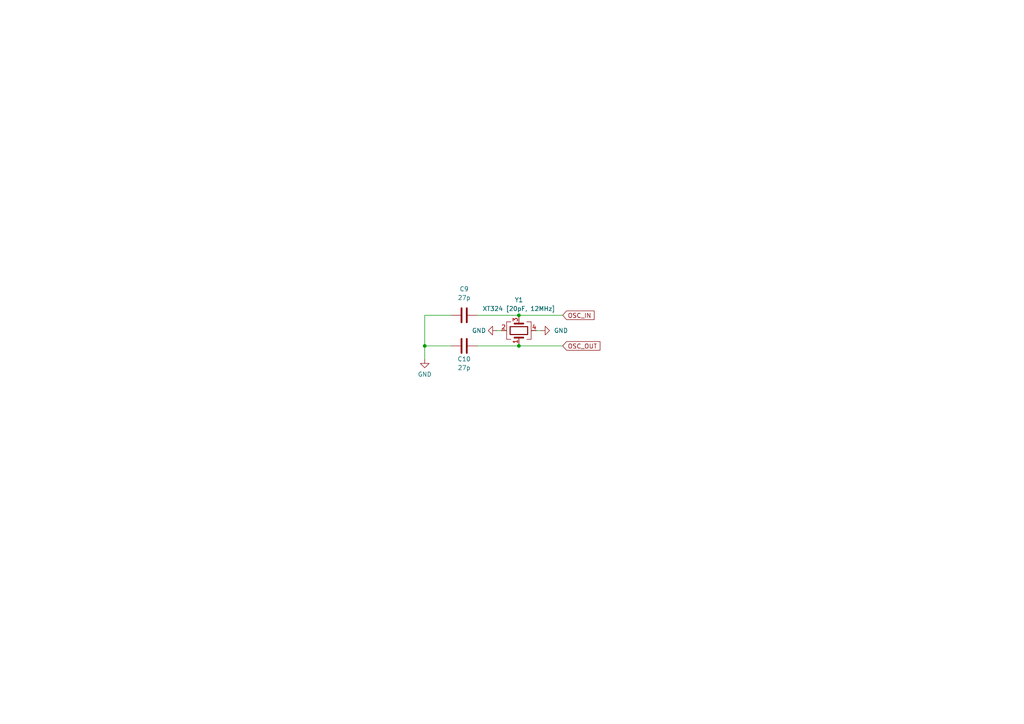
<source format=kicad_sch>
(kicad_sch (version 20211123) (generator eeschema)
  (paper "A4")
  (lib_symbols
    (symbol "Device:C" (pin_numbers hide) (pin_names (offset 0.254))
      (property "Reference" "C" (at 0.635 2.54 0))
      (property "Value" "C" (at 0.635 -2.54 0))
      (symbol "C_0_1"
        (polyline (pts (xy -2.032 -0.762) (xy 2.032 -0.762)) (stroke (width 0.508)))
        (polyline (pts (xy -2.032 0.762) (xy 2.032 0.762)) (stroke (width 0.508)))
      )
      (symbol "C_1_1"
        (pin passive line (at 0 3.81 270) (length 2.794) (name "~") (number "1"))
        (pin passive line (at 0 -3.81 90) (length 2.794) (name "~") (number "2"))
      )
    )
    (symbol "Device:Crystal_GND24" (pin_names (offset 1.016) hide)
      (property "Reference" "Y" (at 3.175 5.08 0))
      (property "Value" "Crystal_GND24" (at 3.175 3.175 0))
      (symbol "Crystal_GND24_0_1"
        (rectangle (start -1.143 2.54) (end 1.143 -2.54) (stroke (width 0.3048)))
        (polyline (pts (xy -2.54 0) (xy -2.032 0)))
        (polyline (pts (xy -2.032 -1.27) (xy -2.032 1.27)) (stroke (width 0.508)))
        (polyline (pts (xy 0 -3.81) (xy 0 -3.556)))
        (polyline (pts (xy 0 3.556) (xy 0 3.81)))
        (polyline (pts (xy 2.032 -1.27) (xy 2.032 1.27)) (stroke (width 0.508)))
        (polyline (pts (xy 2.032 0) (xy 2.54 0)))
        (polyline (pts (xy -2.54 -2.286) (xy -2.54 -3.556) (xy 2.54 -3.556) (xy 2.54 -2.286)))
        (polyline (pts (xy -2.54 2.286) (xy -2.54 3.556) (xy 2.54 3.556) (xy 2.54 2.286)))
      )
      (symbol "Crystal_GND24_1_1"
        (pin passive line (at -3.81 0 0) (length 1.27) (name "1") (number "1"))
        (pin passive line (at 0 5.08 270) (length 1.27) (name "2") (number "2"))
        (pin passive line (at 3.81 0 180) (length 1.27) (name "3") (number "3"))
        (pin passive line (at 0 -5.08 90) (length 1.27) (name "4") (number "4"))
      )
    )
    (symbol "power:GND" (power) (pin_names (offset 0))
      (property "Value" "GND" (at 0 -3.81 0))
      (symbol "GND_0_1"
        (polyline (pts (xy 0 0) (xy 0 -1.27) (xy 1.27 -1.27) (xy 0 -2.54) (xy -1.27 -1.27) (xy 0 -1.27)))
      )
      (symbol "GND_1_1"
        (pin power_in line (at 0 0 270) (length 0) hide (name "GND") (number "1"))
      )
    )
  )
  (junction (at 150.495 91.44))
  (junction (at 123.19 100.33))
  (junction (at 150.495 100.33))
  (wire (pts (xy 150.495 91.44) (xy 163.195 91.44)))
  (wire (pts (xy 138.43 100.33) (xy 150.495 100.33)))
  (wire (pts (xy 123.19 104.14) (xy 123.19 100.33)))
  (wire (pts (xy 123.19 91.44) (xy 123.19 100.33)))
  (wire (pts (xy 150.495 99.695) (xy 150.495 100.33)))
  (wire (pts (xy 130.81 91.44) (xy 123.19 91.44)))
  (wire (pts (xy 150.495 100.33) (xy 163.195 100.33)))
  (wire (pts (xy 123.19 100.33) (xy 130.81 100.33)))
  (wire (pts (xy 138.43 91.44) (xy 150.495 91.44)))
  (wire (pts (xy 150.495 92.075) (xy 150.495 91.44)))
  (wire (pts (xy 144.145 95.885) (xy 145.415 95.885)))
  (wire (pts (xy 155.575 95.885) (xy 156.845 95.885)))
  (global_label "OSC_IN" (shape input) (at 163.195 91.44 0) (property "Intersheet References" "${INTERSHEET_REFS}" (effects hide)))
  (global_label "OSC_OUT" (shape input) (at 163.195 100.33 0) (property "Intersheet References" "${INTERSHEET_REFS}" (effects hide)))
  (symbol (lib_id "Device:C") (at 134.62 100.33 90) (unit 1)
    (property "Reference" "C10" (at 134.62 104.14 90))
    (property "Value" "27p" (at 134.62 106.68 90))
    (property "Footprint" "Capacitor_SMD:C_0603_1608Metric_Pad1.08x0.95mm_HandSolder" (effects hide))
  )
  (symbol (lib_id "Device:C") (at 134.62 91.44 90) (unit 1)
    (property "Reference" "C9" (at 134.62 83.82 90))
    (property "Value" "27p" (at 134.62 86.36 90))
    (property "Footprint" "Capacitor_SMD:C_0603_1608Metric_Pad1.08x0.95mm_HandSolder" (effects hide))
  )
  (symbol (lib_id "power:GND") (at 156.845 95.885 90) (unit 1)
    (property "Reference" "#PWR?" (effects hide))
    (property "Value" "GND" (at 160.655 95.8849 90) (effects (justify right)))
  )
  (symbol (lib_id "Device:Crystal_GND24") (at 150.495 95.885 90) (unit 1)
    (property "Reference" "Y1" (at 150.495 86.995 90))
    (property "Value" "XT324 [20pF, 12MHz]" (at 150.495 89.535 90))
    (property "Footprint" "Crystal:Crystal_SMD_3225-4Pin_3.2x2.5mm_HandSoldering" (effects hide))
  )
  (symbol (lib_id "power:GND") (at 123.19 104.14 0) (unit 1)
    (property "Reference" "#PWR?" (effects hide))
    (property "Value" "GND" (at 123.19 108.585 0))
  )
  (symbol (lib_id "power:GND") (at 144.145 95.885 270) (unit 1)
    (property "Reference" "#PWR?" (effects hide))
    (property "Value" "GND" (at 140.97 95.8849 90) (effects (justify right)))
  )
)
</source>
